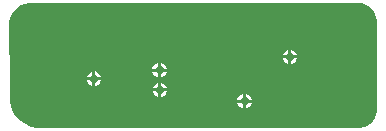
<source format=gbr>
%TF.GenerationSoftware,Altium Limited,Altium Designer,24.7.2 (38)*%
G04 Layer_Physical_Order=2*
G04 Layer_Color=16711680*
%FSLAX45Y45*%
%MOMM*%
%TF.SameCoordinates,9ACD2C78-16F9-471E-BE13-A41C8B7133E8*%
%TF.FilePolarity,Positive*%
%TF.FileFunction,Copper,L2,Bot,Signal*%
%TF.Part,Single*%
G01*
G75*
%TA.AperFunction,ViaPad*%
%ADD15C,0.70000*%
G36*
X3031045Y1103275D02*
X3062893Y1090083D01*
X3091556Y1070931D01*
X3115931Y1046556D01*
X3135083Y1017893D01*
X3148275Y986046D01*
X3155000Y952236D01*
Y935000D01*
Y207500D01*
Y191987D01*
X3148947Y161559D01*
X3137074Y132896D01*
X3119838Y107099D01*
X3097900Y85162D01*
X3072104Y67925D01*
X3043441Y56052D01*
X3013012Y50000D01*
X273983D01*
X224911Y59761D01*
X178686Y78908D01*
X137084Y106705D01*
X101705Y142084D01*
X73908Y183686D01*
X54761Y229911D01*
X45000Y278983D01*
Y304000D01*
Y657500D01*
X45000Y657500D01*
X40000Y680829D01*
Y925000D01*
Y943221D01*
X47109Y978962D01*
X61055Y1012630D01*
X81301Y1042931D01*
X107069Y1068699D01*
X137370Y1088945D01*
X171038Y1102891D01*
X206779Y1110000D01*
X2997236D01*
X3031045Y1103275D01*
D02*
G37*
%LPC*%
G36*
X2427700Y710116D02*
Y662700D01*
X2475116D01*
X2466205Y684214D01*
X2449214Y701205D01*
X2427700Y710116D01*
D02*
G37*
G36*
X2402300D02*
X2380786Y701205D01*
X2363795Y684214D01*
X2354884Y662700D01*
X2402300D01*
Y710116D01*
D02*
G37*
G36*
X2475116Y637300D02*
X2427700D01*
Y589884D01*
X2449214Y598795D01*
X2466205Y615786D01*
X2475116Y637300D01*
D02*
G37*
G36*
X2402300D02*
X2354884D01*
X2363795Y615786D01*
X2380786Y598795D01*
X2402300Y589884D01*
Y637300D01*
D02*
G37*
G36*
X1325200Y597616D02*
Y550200D01*
X1372616D01*
X1363705Y571714D01*
X1346714Y588705D01*
X1325200Y597616D01*
D02*
G37*
G36*
X1299800D02*
X1278286Y588705D01*
X1261295Y571714D01*
X1252384Y550200D01*
X1299800D01*
Y597616D01*
D02*
G37*
G36*
X770200Y527616D02*
Y480200D01*
X817616D01*
X808705Y501714D01*
X791714Y518705D01*
X770200Y527616D01*
D02*
G37*
G36*
X744800D02*
X723286Y518705D01*
X706295Y501714D01*
X697384Y480200D01*
X744800D01*
Y527616D01*
D02*
G37*
G36*
X1372616Y524800D02*
X1325200D01*
Y477384D01*
X1346714Y486295D01*
X1363705Y503286D01*
X1372616Y524800D01*
D02*
G37*
G36*
X1299800D02*
X1252384D01*
X1261295Y503286D01*
X1278286Y486295D01*
X1299800Y477384D01*
Y524800D01*
D02*
G37*
G36*
X817616Y454800D02*
X770200D01*
Y407384D01*
X791714Y416295D01*
X808705Y433286D01*
X817616Y454800D01*
D02*
G37*
G36*
X744800D02*
X697384D01*
X706295Y433286D01*
X723286Y416295D01*
X744800Y407384D01*
Y454800D01*
D02*
G37*
G36*
X1327700Y432616D02*
Y385200D01*
X1375116D01*
X1366205Y406714D01*
X1349214Y423705D01*
X1327700Y432616D01*
D02*
G37*
G36*
X1302300D02*
X1280786Y423705D01*
X1263795Y406714D01*
X1254884Y385200D01*
X1302300D01*
Y432616D01*
D02*
G37*
G36*
X1375116Y359800D02*
X1327700D01*
Y312384D01*
X1349214Y321295D01*
X1366205Y338286D01*
X1375116Y359800D01*
D02*
G37*
G36*
X1302300D02*
X1254884D01*
X1263795Y338286D01*
X1280786Y321295D01*
X1302300Y312384D01*
Y359800D01*
D02*
G37*
G36*
X2045200Y335116D02*
Y287700D01*
X2092616D01*
X2083705Y309214D01*
X2066714Y326205D01*
X2045200Y335116D01*
D02*
G37*
G36*
X2019800D02*
X1998286Y326205D01*
X1981296Y309214D01*
X1972384Y287700D01*
X2019800D01*
Y335116D01*
D02*
G37*
G36*
X2092616Y262300D02*
X2045200D01*
Y214884D01*
X2066714Y223795D01*
X2083705Y240786D01*
X2092616Y262300D01*
D02*
G37*
G36*
X2019800D02*
X1972384D01*
X1981296Y240786D01*
X1998286Y223795D01*
X2019800Y214884D01*
Y262300D01*
D02*
G37*
%LPD*%
D15*
X757500Y467500D02*
D03*
X1315000Y372500D02*
D03*
X1312500Y537500D02*
D03*
X2032500Y275000D02*
D03*
X2415000Y650000D02*
D03*
%TF.MD5,5ba47c5970621bc878b9de69a0ff0de4*%
M02*

</source>
